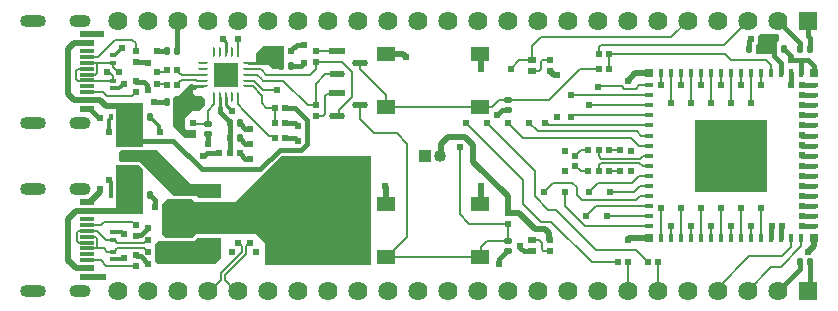
<source format=gtl>
G04*
G04 #@! TF.GenerationSoftware,Altium Limited,Altium Designer,24.1.2 (44)*
G04*
G04 Layer_Physical_Order=1*
G04 Layer_Color=255*
%FSLAX25Y25*%
%MOIN*%
G70*
G04*
G04 #@! TF.SameCoordinates,315B69A6-1E16-4325-8669-EC2AC127E6FB*
G04*
G04*
G04 #@! TF.FilePolarity,Positive*
G04*
G01*
G75*
%ADD11C,0.00600*%
%ADD16R,0.02126X0.02362*%
%ADD17R,0.02362X0.02126*%
G04:AMPARAMS|DCode=18|XSize=23.62mil|YSize=21.26mil|CornerRadius=5.63mil|HoleSize=0mil|Usage=FLASHONLY|Rotation=270.000|XOffset=0mil|YOffset=0mil|HoleType=Round|Shape=RoundedRectangle|*
%AMROUNDEDRECTD18*
21,1,0.02362,0.00999,0,0,270.0*
21,1,0.01235,0.02126,0,0,270.0*
1,1,0.01127,-0.00500,-0.00618*
1,1,0.01127,-0.00500,0.00618*
1,1,0.01127,0.00500,0.00618*
1,1,0.01127,0.00500,-0.00618*
%
%ADD18ROUNDEDRECTD18*%
%ADD19R,0.04528X0.01181*%
%ADD20R,0.04528X0.02362*%
%ADD21R,0.01378X0.02362*%
%ADD22R,0.02362X0.01378*%
G04:AMPARAMS|DCode=23|XSize=23.62mil|YSize=21.26mil|CornerRadius=5.63mil|HoleSize=0mil|Usage=FLASHONLY|Rotation=180.000|XOffset=0mil|YOffset=0mil|HoleType=Round|Shape=RoundedRectangle|*
%AMROUNDEDRECTD23*
21,1,0.02362,0.00999,0,0,180.0*
21,1,0.01235,0.02126,0,0,180.0*
1,1,0.01127,-0.00618,0.00500*
1,1,0.01127,0.00618,0.00500*
1,1,0.01127,0.00618,-0.00500*
1,1,0.01127,-0.00618,-0.00500*
%
%ADD23ROUNDEDRECTD23*%
%ADD24R,0.03150X0.03150*%
%ADD25R,0.01575X0.03150*%
%ADD26R,0.03150X0.01575*%
%ADD27R,0.04724X0.04724*%
G04:AMPARAMS|DCode=28|XSize=53.43mil|YSize=22.53mil|CornerRadius=11.26mil|HoleSize=0mil|Usage=FLASHONLY|Rotation=0.000|XOffset=0mil|YOffset=0mil|HoleType=Round|Shape=RoundedRectangle|*
%AMROUNDEDRECTD28*
21,1,0.05343,0.00000,0,0,0.0*
21,1,0.03091,0.02253,0,0,0.0*
1,1,0.02253,0.01545,0.00000*
1,1,0.02253,-0.01545,0.00000*
1,1,0.02253,-0.01545,0.00000*
1,1,0.02253,0.01545,0.00000*
%
%ADD28ROUNDEDRECTD28*%
%ADD29R,0.05343X0.02253*%
%ADD30R,0.02756X0.02362*%
G04:AMPARAMS|DCode=31|XSize=9.55mil|YSize=33.06mil|CornerRadius=4.77mil|HoleSize=0mil|Usage=FLASHONLY|Rotation=270.000|XOffset=0mil|YOffset=0mil|HoleType=Round|Shape=RoundedRectangle|*
%AMROUNDEDRECTD31*
21,1,0.00955,0.02351,0,0,270.0*
21,1,0.00000,0.03306,0,0,270.0*
1,1,0.00955,-0.01176,0.00000*
1,1,0.00955,-0.01176,0.00000*
1,1,0.00955,0.01176,0.00000*
1,1,0.00955,0.01176,0.00000*
%
%ADD31ROUNDEDRECTD31*%
G04:AMPARAMS|DCode=32|XSize=33.06mil|YSize=9.55mil|CornerRadius=4.77mil|HoleSize=0mil|Usage=FLASHONLY|Rotation=270.000|XOffset=0mil|YOffset=0mil|HoleType=Round|Shape=RoundedRectangle|*
%AMROUNDEDRECTD32*
21,1,0.03306,0.00000,0,0,270.0*
21,1,0.02351,0.00955,0,0,270.0*
1,1,0.00955,0.00000,-0.01176*
1,1,0.00955,0.00000,0.01176*
1,1,0.00955,0.00000,0.01176*
1,1,0.00955,0.00000,-0.01176*
%
%ADD32ROUNDEDRECTD32*%
%ADD33R,0.00955X0.03306*%
%ADD34R,0.06102X0.05118*%
G04:AMPARAMS|DCode=35|XSize=35.43mil|YSize=68.9mil|CornerRadius=1.95mil|HoleSize=0mil|Usage=FLASHONLY|Rotation=90.000|XOffset=0mil|YOffset=0mil|HoleType=Round|Shape=RoundedRectangle|*
%AMROUNDEDRECTD35*
21,1,0.03543,0.06500,0,0,90.0*
21,1,0.03154,0.06890,0,0,90.0*
1,1,0.00390,0.03250,0.01577*
1,1,0.00390,0.03250,-0.01577*
1,1,0.00390,-0.03250,-0.01577*
1,1,0.00390,-0.03250,0.01577*
%
%ADD35ROUNDEDRECTD35*%
G04:AMPARAMS|DCode=36|XSize=125.98mil|YSize=68.9mil|CornerRadius=2.07mil|HoleSize=0mil|Usage=FLASHONLY|Rotation=90.000|XOffset=0mil|YOffset=0mil|HoleType=Round|Shape=RoundedRectangle|*
%AMROUNDEDRECTD36*
21,1,0.12598,0.06476,0,0,90.0*
21,1,0.12185,0.06890,0,0,90.0*
1,1,0.00413,0.03238,0.06093*
1,1,0.00413,0.03238,-0.06093*
1,1,0.00413,-0.03238,-0.06093*
1,1,0.00413,-0.03238,0.06093*
%
%ADD36ROUNDEDRECTD36*%
%ADD48R,0.08071X0.08071*%
G04:AMPARAMS|DCode=53|XSize=39.37mil|YSize=70.87mil|CornerRadius=19.68mil|HoleSize=0mil|Usage=FLASHONLY|Rotation=270.000|XOffset=0mil|YOffset=0mil|HoleType=Round|Shape=RoundedRectangle|*
%AMROUNDEDRECTD53*
21,1,0.03937,0.03150,0,0,270.0*
21,1,0.00000,0.07087,0,0,270.0*
1,1,0.03937,-0.01575,0.00000*
1,1,0.03937,-0.01575,0.00000*
1,1,0.03937,0.01575,0.00000*
1,1,0.03937,0.01575,0.00000*
%
%ADD53ROUNDEDRECTD53*%
G04:AMPARAMS|DCode=54|XSize=39.37mil|YSize=86.61mil|CornerRadius=19.68mil|HoleSize=0mil|Usage=FLASHONLY|Rotation=270.000|XOffset=0mil|YOffset=0mil|HoleType=Round|Shape=RoundedRectangle|*
%AMROUNDEDRECTD54*
21,1,0.03937,0.04724,0,0,270.0*
21,1,0.00000,0.08661,0,0,270.0*
1,1,0.03937,-0.02362,0.00000*
1,1,0.03937,-0.02362,0.00000*
1,1,0.03937,0.02362,0.00000*
1,1,0.03937,0.02362,0.00000*
%
%ADD54ROUNDEDRECTD54*%
%ADD58R,0.01575X0.01575*%
%ADD59C,0.01500*%
%ADD60C,0.02000*%
%ADD61C,0.01200*%
%ADD62C,0.01001*%
%ADD63C,0.00603*%
%ADD64R,0.04000X0.04000*%
%ADD65C,0.04000*%
%ADD66R,0.06400X0.06400*%
%ADD67C,0.06400*%
%ADD68R,0.04000X0.04000*%
%ADD69C,0.02400*%
G36*
X255500Y90000D02*
Y88500D01*
X254900Y87900D01*
Y84000D01*
X247600D01*
X247600Y86600D01*
X248500Y87500D01*
Y90000D01*
X249000Y90500D01*
X255000D01*
X255500Y90000D01*
D02*
G37*
G36*
X90400Y78800D02*
X86700D01*
X85000Y80500D01*
X81000D01*
Y84000D01*
X83500Y86500D01*
X90400D01*
Y78800D01*
D02*
G37*
G36*
X60000Y71000D02*
X61000Y70000D01*
X63000D01*
X64000Y69000D01*
Y67000D01*
X62000Y65000D01*
X60000D01*
X57400Y62400D01*
Y59000D01*
X58000Y58400D01*
X61200D01*
Y56000D01*
X57500D01*
X53500Y60000D01*
X53500Y68300D01*
X53500Y69200D01*
X54200Y69900D01*
X55100D01*
X59000Y73800D01*
X60000D01*
Y71000D01*
D02*
G37*
G36*
X43400Y53020D02*
X36000D01*
X35901Y53000D01*
X34500D01*
Y67500D01*
X43400D01*
Y53020D01*
D02*
G37*
G36*
X251500Y38000D02*
X227500D01*
Y62000D01*
X251500D01*
Y38000D01*
D02*
G37*
G36*
X59500Y40500D02*
X69500D01*
Y36000D01*
X62000D01*
X61400Y36600D01*
X53900D01*
X42500Y48000D01*
X36000D01*
X35300Y48700D01*
Y51300D01*
X36000Y52000D01*
X48000D01*
X59500Y40500D01*
D02*
G37*
G36*
X119500Y13500D02*
X84000D01*
Y21000D01*
X81000Y24000D01*
X61000D01*
X59600Y22600D01*
X50900D01*
X49700Y23800D01*
Y33700D01*
X51400Y35400D01*
X59700D01*
X60600Y34500D01*
X74000Y34500D01*
X83691Y44191D01*
X83762Y44238D01*
X89523Y50000D01*
X119500D01*
Y13500D01*
D02*
G37*
G36*
X36000Y46980D02*
X42020D01*
X43400Y45600D01*
Y30400D01*
X34500D01*
Y47000D01*
X35901D01*
X36000Y46980D01*
D02*
G37*
G36*
X69500Y16000D02*
X67500Y14000D01*
X48500D01*
X47500Y15000D01*
Y20500D01*
X48400Y21400D01*
X60400D01*
X61500Y22500D01*
X69500D01*
Y16000D01*
D02*
G37*
D11*
X245500Y16500D02*
X256500D01*
X235000Y6000D02*
X245500Y16500D01*
X235000Y5000D02*
Y6000D01*
X237000Y87000D02*
X245000Y95000D01*
X196000Y87000D02*
X237000D01*
X195299Y86299D02*
X196000Y87000D01*
X176000Y28000D02*
X179500D01*
X193000Y14500D02*
X201799D01*
X179500Y28000D02*
X193000Y14500D01*
X181000Y32000D02*
X194500Y18500D01*
X207799D01*
X178500Y32000D02*
X181000D01*
X174000Y36500D02*
X178500Y32000D01*
X158000Y61000D02*
X174000Y45000D01*
Y36500D02*
Y45000D01*
X195299Y84000D02*
Y86299D01*
X177500Y61000D02*
X177825D01*
X178786Y60039D02*
X211945D01*
X177825Y61000D02*
X178786Y60039D01*
X90829Y77000D02*
X90829Y77000D01*
X84500Y77000D02*
X90829D01*
X83000Y78500D02*
X84500Y77000D01*
X99000Y77000D02*
X101000Y79000D01*
X90829Y77000D02*
X99000D01*
X176313Y18885D02*
X176899Y18299D01*
X179000D01*
X176313Y18885D02*
Y20986D01*
X173000Y21870D02*
X175429D01*
X176313Y20986D01*
X170000Y34000D02*
X176000Y28000D01*
X170000Y34000D02*
Y42000D01*
X78541Y75032D02*
X80468D01*
X83500Y72000D01*
X88000D01*
X83000Y75500D02*
X83500Y75000D01*
X90000D01*
X81523Y76977D02*
X83000Y75500D01*
X78565Y76977D02*
X81523D01*
X82531Y78969D02*
X83000Y78500D01*
X78541Y78969D02*
X82531D01*
X74937Y84541D02*
X74960Y84564D01*
Y88960D02*
X75000Y89000D01*
X74960Y84564D02*
Y88960D01*
X84000Y84000D02*
X84379D01*
X85379Y85000D02*
X89299D01*
X84379Y84000D02*
X85379Y85000D01*
X30213Y71102D02*
X31315Y70000D01*
X39701D02*
X40319Y70618D01*
X31315Y70000D02*
X39701D01*
X40319Y70736D02*
X40882Y71299D01*
X40319Y70618D02*
Y70736D01*
X40882Y71299D02*
X41000D01*
X24764Y71102D02*
X30213D01*
X39714Y88700D02*
X41000Y87414D01*
Y84701D02*
Y87414D01*
X28413Y82913D02*
X31000Y85500D01*
X34200Y88700D01*
X24764Y82913D02*
X28413D01*
X34200Y88700D02*
X39714D01*
X170000Y56000D02*
X206000D01*
X208653Y53347D02*
X211945D01*
X206000Y56000D02*
X208653Y53347D01*
X209307Y56693D02*
X211945D01*
X207961Y58039D02*
X209307Y56693D01*
X174961Y58039D02*
X207961D01*
X29382Y15118D02*
X31248Y13252D01*
X40953D01*
X24764Y15118D02*
X29382D01*
X31000Y28000D02*
X39701D01*
X29429Y26929D02*
X30500Y28000D01*
X31000D01*
X39701D02*
X40319Y27382D01*
X40882Y26701D02*
X41000D01*
X40319Y27264D02*
Y27382D01*
Y27264D02*
X40882Y26701D01*
X24764Y26929D02*
X29429D01*
X149000Y30500D02*
Y53000D01*
X152201Y27299D02*
X165000D01*
X149000Y30500D02*
X152201Y27299D01*
X165000Y21693D02*
Y27299D01*
X158193Y21693D02*
X165000D01*
X156000Y19500D02*
X158193Y21693D01*
X155650Y16142D02*
X156000Y16492D01*
Y19500D01*
X124843Y16142D02*
X155650D01*
X124350D02*
X124843D01*
X131500Y22799D02*
Y54000D01*
X124843Y16142D02*
X131500Y22799D01*
X128000Y57500D02*
X131500Y54000D01*
X120500Y57500D02*
X128000D01*
X115742Y62258D02*
X120500Y57500D01*
X115742Y62258D02*
Y67000D01*
X178693Y68693D02*
X189000Y79000D01*
X195299D01*
X165000Y68693D02*
X178693D01*
X155650Y66142D02*
X159642D01*
X162193Y68693D01*
X165000D01*
X124350Y66142D02*
X155650D01*
X124350D02*
Y70150D01*
X115742Y78758D02*
Y81000D01*
Y78758D02*
X124350Y70150D01*
X104671Y70671D02*
X108189D01*
X104000Y64000D02*
Y70000D01*
X108189Y70671D02*
X108258Y70740D01*
X104000Y70000D02*
X104671Y70671D01*
X103299Y63299D02*
X104000Y64000D01*
X101000Y63299D02*
X103299D01*
X101000Y74000D02*
X104260Y77260D01*
X108258D01*
X101000Y66701D02*
Y74000D01*
X98299Y66701D02*
X101000D01*
X90000Y75000D02*
X98299Y66701D01*
X78541Y77000D02*
X78565Y76977D01*
X83000Y67500D02*
Y70000D01*
X79937Y73063D02*
X83000Y70000D01*
X78541Y73063D02*
X79937D01*
X108258Y63260D02*
X108737Y63739D01*
Y65300D01*
X113000Y69563D01*
X109701Y81299D02*
X113000Y78000D01*
Y69563D02*
Y78000D01*
X101000Y81299D02*
X109701D01*
X101000Y79000D02*
Y81299D01*
Y84701D02*
X101020Y84720D01*
X108238D01*
X108258Y84740D01*
X252890Y77559D02*
Y80110D01*
X239500Y82000D02*
X251000D01*
X252890Y80110D01*
X198701Y84000D02*
X237500D01*
X239500Y82000D01*
X198701Y79000D02*
Y84000D01*
X176000Y89500D02*
X219500D01*
X173000Y86500D02*
X176000Y89500D01*
X219500D02*
X225000Y95000D01*
X165000Y61000D02*
X170000Y56000D01*
X60004Y60697D02*
X64996D01*
X60000Y60701D02*
X60004Y60697D01*
X64996D02*
X65000Y60693D01*
Y65000D01*
X67040Y67040D01*
Y69436D01*
X67063Y69459D01*
X85467Y56533D02*
X86766D01*
X74960Y67040D02*
X77000Y65000D01*
X85467Y56533D01*
X74960Y67040D02*
Y69436D01*
X86766Y56533D02*
X87299Y56000D01*
X74937Y69459D02*
X74960Y69436D01*
X83000Y67500D02*
X84500Y66000D01*
X87299D01*
Y61000D02*
Y66000D01*
X215100Y14400D02*
X215201Y14500D01*
X215100Y5100D02*
Y14400D01*
X215000Y5000D02*
X215100Y5100D01*
X205000Y5000D02*
X205100Y5100D01*
Y14400D02*
X205201Y14500D01*
X205100Y5100D02*
Y14400D01*
X151000Y61000D02*
X170000Y42000D01*
X211236Y15181D02*
X211799Y14618D01*
X211118Y15181D02*
X211236D01*
X207799Y18500D02*
X211118Y15181D01*
X211799Y14500D02*
Y14618D01*
X172000Y61000D02*
X174961Y58039D01*
X186000Y63000D02*
X186386Y63386D01*
X211945D01*
X192000Y67000D02*
X192268Y66732D01*
X211945D01*
X186079Y70079D02*
X211945D01*
X186000Y70000D02*
X186079Y70079D01*
X195091Y73091D02*
X203091D01*
X195000Y73000D02*
X195091Y73091D01*
X203091D02*
X203882Y72300D01*
X207622D01*
X208748Y73425D02*
X211945D01*
X207622Y72300D02*
X208748Y73425D01*
X173000Y81870D02*
Y86500D01*
X176000Y78716D02*
Y81115D01*
X176586Y81701D02*
X179000D01*
X173000Y78130D02*
X175414D01*
X176000Y78716D01*
Y81115D02*
X176586Y81701D01*
X168870Y81870D02*
X173000D01*
X166000Y79000D02*
X168870Y81870D01*
X206500Y41000D02*
X208807Y43307D01*
X195000Y41000D02*
X206500D01*
X192000Y38000D02*
X195000Y41000D01*
X208807Y43307D02*
X211945D01*
X208961Y39961D02*
X211945D01*
X199000Y38000D02*
X207000D01*
X208961Y39961D01*
X177000Y38000D02*
X180000Y41000D01*
X186500D01*
X188000Y39500D01*
Y37000D02*
Y39500D01*
X189732Y35268D02*
X207768D01*
X188000Y37000D02*
X189732Y35268D01*
X209114Y36614D02*
X211945D01*
X207768Y35268D02*
X209114Y36614D01*
X184000Y33182D02*
Y38000D01*
Y33182D02*
X190607Y26575D01*
X211945D01*
X194268Y33268D02*
X211945D01*
X191000Y30000D02*
X194268Y33268D01*
X198000Y30000D02*
X198079Y29921D01*
X211945D01*
X259583Y19583D02*
Y22441D01*
X256500Y16500D02*
X259583Y19583D01*
X245000Y5000D02*
X252846Y12846D01*
X256028D01*
X262929Y19748D01*
Y22441D01*
X246197Y67504D02*
Y77559D01*
X216079Y73543D02*
Y77559D01*
Y22441D02*
Y32496D01*
X246197Y22441D02*
Y26457D01*
X249543Y22441D02*
Y32496D01*
X239504Y22441D02*
Y26457D01*
X242850Y22441D02*
Y32496D01*
X232811Y22441D02*
Y26457D01*
X236157Y22441D02*
Y32496D01*
X226118Y22441D02*
Y26457D01*
X229465Y22441D02*
Y32496D01*
X219425Y22441D02*
Y26457D01*
X222772Y22441D02*
Y32496D01*
Y73543D02*
Y77559D01*
X219425Y67504D02*
Y77559D01*
X229465Y73543D02*
Y77559D01*
X226118Y67504D02*
Y77559D01*
X236157Y73543D02*
Y77559D01*
X232811Y67504D02*
Y77559D01*
X239500Y67500D02*
X239504Y67504D01*
Y77559D01*
X242850Y73543D02*
Y77559D01*
X249543Y73543D02*
Y77559D01*
X249500Y73500D02*
X249543Y73543D01*
D16*
X191898Y51800D02*
D03*
X195299D02*
D03*
X198701D02*
D03*
X195299D02*
D03*
Y44800D02*
D03*
X191898D02*
D03*
X198701D02*
D03*
X195299D02*
D03*
X72299Y51000D02*
D03*
X68898D02*
D03*
X72299D02*
D03*
X75701D02*
D03*
X51299Y78500D02*
D03*
X54701D02*
D03*
X51299Y73500D02*
D03*
X54701D02*
D03*
X198701Y84000D02*
D03*
X195299D02*
D03*
X211799Y14500D02*
D03*
X215201D02*
D03*
X201799D02*
D03*
X205201D02*
D03*
X90701Y66000D02*
D03*
X87299D02*
D03*
X90701Y56000D02*
D03*
X87299D02*
D03*
X89299Y85000D02*
D03*
X92701D02*
D03*
X90701Y61000D02*
D03*
X87299D02*
D03*
X198701Y79000D02*
D03*
X195299D02*
D03*
D17*
X179000Y18299D02*
D03*
Y21701D02*
D03*
X101000Y84701D02*
D03*
Y81299D02*
D03*
X165000Y30701D02*
D03*
Y27299D02*
D03*
X101000Y63299D02*
D03*
Y66701D02*
D03*
X41000Y13299D02*
D03*
Y16701D02*
D03*
Y26701D02*
D03*
Y23299D02*
D03*
Y84701D02*
D03*
Y81299D02*
D03*
Y71299D02*
D03*
Y74701D02*
D03*
X60000Y60701D02*
D03*
Y57299D02*
D03*
X179000Y78299D02*
D03*
Y81701D02*
D03*
D18*
X75693Y61000D02*
D03*
X72307D02*
D03*
Y56000D02*
D03*
X75693D02*
D03*
X51307Y85000D02*
D03*
X54693D02*
D03*
X42307Y63000D02*
D03*
X45693D02*
D03*
X262307Y14500D02*
D03*
X265693D02*
D03*
X262307Y85500D02*
D03*
X265693D02*
D03*
X92693Y80000D02*
D03*
X89307D02*
D03*
X51307Y68000D02*
D03*
X54693D02*
D03*
X45693Y37000D02*
D03*
X42307D02*
D03*
X245307Y85500D02*
D03*
X248693D02*
D03*
X253807D02*
D03*
X257193D02*
D03*
D19*
X24764Y84882D02*
D03*
Y82913D02*
D03*
Y80945D02*
D03*
Y78976D02*
D03*
Y77008D02*
D03*
Y75039D02*
D03*
Y73071D02*
D03*
Y71102D02*
D03*
Y15118D02*
D03*
Y17087D02*
D03*
Y19055D02*
D03*
Y21024D02*
D03*
Y22992D02*
D03*
Y24961D02*
D03*
Y26929D02*
D03*
Y28898D02*
D03*
D20*
Y68543D02*
D03*
Y87441D02*
D03*
Y90591D02*
D03*
Y65394D02*
D03*
Y9409D02*
D03*
Y34606D02*
D03*
Y31457D02*
D03*
Y12559D02*
D03*
D21*
X35280Y63000D02*
D03*
X32721D02*
D03*
Y37000D02*
D03*
X35280D02*
D03*
D22*
X33500Y81000D02*
D03*
Y83559D02*
D03*
Y75000D02*
D03*
Y72441D02*
D03*
Y24559D02*
D03*
Y22000D02*
D03*
Y15441D02*
D03*
Y18000D02*
D03*
D23*
X65000Y60693D02*
D03*
Y57307D02*
D03*
X58000Y37693D02*
D03*
Y34307D02*
D03*
Y23693D02*
D03*
Y20307D02*
D03*
X53000D02*
D03*
Y23693D02*
D03*
X165000Y18307D02*
D03*
Y21693D02*
D03*
Y68693D02*
D03*
Y65307D02*
D03*
D24*
X267063Y77559D02*
D03*
X211945D02*
D03*
X267063Y22441D02*
D03*
X211945D02*
D03*
D25*
X262929Y77559D02*
D03*
X259583D02*
D03*
X256236D02*
D03*
X252890D02*
D03*
X249543D02*
D03*
X246197D02*
D03*
X242850D02*
D03*
X239504D02*
D03*
X236157D02*
D03*
X232811D02*
D03*
X229465D02*
D03*
X226118D02*
D03*
X222772D02*
D03*
X219425D02*
D03*
X216079D02*
D03*
Y22441D02*
D03*
X219425D02*
D03*
X222772D02*
D03*
X226118D02*
D03*
X229465D02*
D03*
X232811D02*
D03*
X236157D02*
D03*
X239504D02*
D03*
X242850D02*
D03*
X246197D02*
D03*
X249543D02*
D03*
X252890D02*
D03*
X256236D02*
D03*
X259583D02*
D03*
X262929D02*
D03*
D26*
X211945Y73425D02*
D03*
Y70079D02*
D03*
Y66732D02*
D03*
Y63386D02*
D03*
Y60039D02*
D03*
Y56693D02*
D03*
Y53347D02*
D03*
Y50000D02*
D03*
Y46654D02*
D03*
Y43307D02*
D03*
Y39961D02*
D03*
Y36614D02*
D03*
Y33268D02*
D03*
Y29921D02*
D03*
Y26575D02*
D03*
X267063D02*
D03*
Y29921D02*
D03*
Y33268D02*
D03*
Y36614D02*
D03*
Y39961D02*
D03*
Y43307D02*
D03*
Y46654D02*
D03*
Y50000D02*
D03*
Y53347D02*
D03*
Y56693D02*
D03*
Y60039D02*
D03*
Y63386D02*
D03*
Y66732D02*
D03*
Y70079D02*
D03*
Y73425D02*
D03*
D27*
X239504Y50000D02*
D03*
X246000D02*
D03*
Y43504D02*
D03*
X239504D02*
D03*
X233008D02*
D03*
Y50000D02*
D03*
Y56496D02*
D03*
X239504D02*
D03*
D28*
X115742Y67000D02*
D03*
X108258Y63260D02*
D03*
X115742Y81000D02*
D03*
X108258Y77260D02*
D03*
D29*
Y70740D02*
D03*
Y84740D02*
D03*
D30*
X173000Y78130D02*
D03*
Y81870D02*
D03*
Y18130D02*
D03*
Y21870D02*
D03*
D31*
X78541Y80937D02*
D03*
Y78969D02*
D03*
Y77000D02*
D03*
Y75032D02*
D03*
Y73063D02*
D03*
X63459D02*
D03*
Y75032D02*
D03*
Y77000D02*
D03*
Y78969D02*
D03*
Y80937D02*
D03*
D32*
X74937Y69459D02*
D03*
X72969D02*
D03*
X71000D02*
D03*
X69032D02*
D03*
X67063D02*
D03*
Y84541D02*
D03*
X69032D02*
D03*
X71000D02*
D03*
X72969D02*
D03*
D33*
X74937D02*
D03*
D34*
X124350Y83858D02*
D03*
X155650D02*
D03*
X124350Y66142D02*
D03*
X155650D02*
D03*
X124350Y33858D02*
D03*
X155650D02*
D03*
X124350Y16142D02*
D03*
X155650D02*
D03*
D35*
X65697Y38055D02*
D03*
Y29000D02*
D03*
Y19945D02*
D03*
D36*
X90303Y29000D02*
D03*
D48*
X71000Y77000D02*
D03*
D53*
X22500Y60984D02*
D03*
Y95000D02*
D03*
Y39016D02*
D03*
Y5000D02*
D03*
D54*
X6752Y60984D02*
D03*
Y95000D02*
D03*
Y39016D02*
D03*
Y5000D02*
D03*
D58*
X246000Y56496D02*
D03*
D59*
X82500Y45500D02*
X89000Y52000D01*
X96172D01*
X63000Y45500D02*
X82500D01*
X96172Y52000D02*
X98000Y53828D01*
Y62000D01*
X53500Y55000D02*
X63000Y45500D01*
X37500Y55000D02*
X53500D01*
X56000Y64000D02*
X59000Y67000D01*
X60000Y68000D01*
X62500D01*
X54693Y68118D02*
X59575Y73000D01*
X60500D01*
X248693Y85500D02*
Y85618D01*
X249006Y85931D01*
X249121D01*
X250000Y86810D02*
Y89000D01*
X249121Y85931D02*
X250000Y86810D01*
X253807Y83193D02*
X256236Y80764D01*
X253807Y83193D02*
Y88807D01*
X256236Y77559D02*
Y80764D01*
X54693Y65307D02*
X56000Y64000D01*
X54693Y65307D02*
Y68000D01*
X56000Y59000D02*
Y64000D01*
X63500Y50000D02*
X63744D01*
X64744Y51000D02*
X68898D01*
X63744Y50000D02*
X64744Y51000D01*
X94000Y66000D02*
X98000Y62000D01*
X90701Y66000D02*
X94000D01*
X25846Y65394D02*
X28740Y62500D01*
X29000D01*
X24764Y65394D02*
X25846D01*
X41063Y74637D02*
X43863D01*
X44828Y72190D02*
Y73672D01*
X43863Y74637D02*
X44828Y73672D01*
X41000Y74701D02*
X41063Y74637D01*
X44828Y72190D02*
X45000Y72018D01*
X41000Y81299D02*
X44701D01*
X45000Y81000D01*
X42630Y16388D02*
X45000Y14018D01*
X41118Y16701D02*
X41431Y16388D01*
X41000Y16701D02*
X41118D01*
X41431Y16388D02*
X42630D01*
X41000Y23299D02*
X41313Y23612D01*
X42630D02*
X45000Y25982D01*
X41313Y23612D02*
X42630D01*
X45000Y25982D02*
Y26000D01*
X45693Y36882D02*
X47500Y35075D01*
X45693Y36882D02*
Y37000D01*
X47500Y33000D02*
Y35075D01*
X53000Y16000D02*
Y20307D01*
X58000D01*
X58307Y20000D02*
X65642D01*
X58000Y20307D02*
X58307Y20000D01*
X65642D02*
X65697Y19945D01*
X86647Y80000D02*
X89307D01*
X85710Y80937D02*
X86647Y80000D01*
X89303Y80122D02*
Y84996D01*
X89299Y85000D02*
X89303Y84996D01*
X57637Y57363D02*
X59937D01*
X60000Y57299D01*
X56000Y59000D02*
X57637Y57363D01*
X54693Y94693D02*
X55000Y95000D01*
X54693Y85000D02*
Y94693D01*
X48000Y85000D02*
X51307D01*
X47000Y68000D02*
X51307D01*
X72303Y55996D02*
X72307Y56000D01*
X72303Y51004D02*
Y55996D01*
X72299Y51000D02*
X72303Y51004D01*
X72307Y56000D02*
Y61000D01*
X69000Y64425D02*
Y66000D01*
X72307Y61000D02*
Y61118D01*
X69000Y64425D02*
X72307Y61118D01*
X65000Y54000D02*
Y57307D01*
X75701Y50882D02*
X77583Y49000D01*
X79000D01*
X75701Y50882D02*
Y51000D01*
X75693Y55882D02*
Y56000D01*
Y55882D02*
X77575Y54000D01*
X79000D01*
X75693Y60882D02*
X77575Y59000D01*
X79000D01*
X75693Y60882D02*
Y61000D01*
X90701Y56000D02*
X94000D01*
X95000Y55000D01*
X90701Y61000D02*
X94000D01*
X95000Y60000D01*
X93014Y85431D02*
X93132D01*
X94701Y87000D01*
X92701Y85000D02*
Y85118D01*
X93014Y85431D01*
X94701Y87000D02*
X97000D01*
X96000Y80000D02*
X97000Y81000D01*
X92693Y80000D02*
X96000D01*
X161500Y63500D02*
X163105Y65105D01*
X164798D01*
X165000Y65307D01*
X162000Y15425D02*
X164882Y18307D01*
X162000Y14000D02*
Y15425D01*
X164882Y18307D02*
X165000D01*
X172930Y18200D02*
X173000Y18130D01*
X169172Y19356D02*
X170329Y18200D01*
X169000Y20000D02*
X169172Y19828D01*
X170329Y18200D02*
X172930D01*
X169172Y19356D02*
Y19828D01*
X255000Y5000D02*
X262307Y12307D01*
Y14500D01*
X265693Y5693D02*
Y14500D01*
X265000Y5000D02*
X265693Y5693D01*
X253807Y88807D02*
X254000Y89000D01*
X245307Y85500D02*
Y88307D01*
X246000Y89000D01*
X262307Y85500D02*
Y87693D01*
X255000Y95000D02*
X262307Y87693D01*
X265000Y90000D02*
X265693Y89307D01*
Y85500D02*
Y89307D01*
X265000Y90000D02*
Y95000D01*
X263000Y82000D02*
X265000D01*
X259500D02*
X263000D01*
X262929Y81929D02*
X263000Y82000D01*
X262929Y77559D02*
Y81929D01*
X265000Y82000D02*
X267000Y80000D01*
Y77622D02*
X267063Y77559D01*
X267000Y77622D02*
Y80000D01*
X257193Y85382D02*
Y85500D01*
Y85382D02*
X259500Y83075D01*
Y82000D02*
Y83075D01*
X263047Y43307D02*
X267063D01*
X263047Y46654D02*
X267063D01*
X263047Y50000D02*
X267063D01*
X263047Y53347D02*
X267063D01*
X263047Y56693D02*
X267063D01*
X263047Y60039D02*
X267063D01*
X263047Y63386D02*
X267063D01*
X263047Y66732D02*
X267063D01*
X263047Y70079D02*
X267063D01*
X263047Y73425D02*
X267063D01*
X259583Y73543D02*
Y77559D01*
X256236Y22441D02*
Y26457D01*
X252890Y22441D02*
Y26457D01*
X263047Y26575D02*
X267063D01*
X263047Y29921D02*
X267063D01*
X263047Y33268D02*
X267063D01*
X263047Y36614D02*
X267063D01*
X263047Y39961D02*
X267063D01*
D60*
X53000Y16000D02*
X57000D01*
X49000D02*
X53000D01*
X236200Y46800D02*
X236304D01*
X239504Y50000D01*
X153500Y48000D02*
Y53500D01*
X150800Y56200D02*
X153500Y53500D01*
X145200Y56200D02*
X150800D01*
X165000Y30701D02*
Y36500D01*
X153500Y48000D02*
X165000Y36500D01*
X142883Y53883D02*
X145200Y56200D01*
X142883Y50383D02*
Y53883D01*
X174000Y25500D02*
X177500D01*
X178906Y21764D02*
X178969Y21701D01*
X177500Y25500D02*
X178906Y24094D01*
X178969Y21701D02*
X179000D01*
X178906Y21764D02*
Y24094D01*
X165000Y30701D02*
X168799D01*
X174000Y25500D01*
X142500Y50000D02*
X142883Y50383D01*
X38793Y63000D02*
Y64707D01*
X31000Y66500D02*
X37000D01*
X38793Y64707D01*
X28957Y68543D02*
X31000Y66500D01*
X24764Y68543D02*
X28957D01*
X38793Y59793D02*
Y63000D01*
X37500Y58500D02*
X38793Y59793D01*
X37500Y55000D02*
Y58500D01*
X18500Y70500D02*
X20457Y68543D01*
X24764D01*
X18500Y70500D02*
Y85382D01*
X20559Y87441D01*
X24764D01*
Y90591D02*
X29409D01*
X29500Y90500D01*
X19000Y14500D02*
X20941Y12559D01*
X24764D01*
X18500Y15000D02*
Y29000D01*
X24764Y31457D02*
X36457D01*
X18500Y29000D02*
X20957Y31457D01*
X24764D01*
X18500Y15000D02*
X19000Y14500D01*
X38500Y33500D02*
Y36707D01*
X38793Y37000D01*
X36457Y31457D02*
X38500Y33500D01*
X29000Y37760D02*
Y39000D01*
X24764Y34606D02*
X25846D01*
X29000Y37760D01*
X29909Y9409D02*
X30000Y9500D01*
X24764Y9409D02*
X29909D01*
X53000Y23693D02*
Y27000D01*
X55000Y29000D01*
X51000D02*
X55000D01*
X59000D01*
X58000Y23693D02*
Y27892D01*
Y30108D02*
Y34307D01*
X59000Y29000D02*
X65697D01*
X90303D02*
Y30055D01*
X92748Y32500D01*
X97500D01*
X124000Y40000D02*
X124350Y39650D01*
Y33858D02*
Y39650D01*
Y83858D02*
X130142D01*
X131000Y83000D01*
X156000Y79000D02*
Y83508D01*
X155650Y83858D02*
X156000Y83508D01*
X155650Y33858D02*
X156000Y34209D01*
Y40000D01*
X205000Y22000D02*
X205441Y22441D01*
X211945D01*
X267000Y20000D02*
Y22378D01*
X265000Y18000D02*
X267000Y20000D01*
Y22378D02*
X267063Y22441D01*
X246004Y56492D02*
X250008D01*
X246004Y49996D02*
X250008D01*
X246004Y43500D02*
X250008D01*
X239508Y56500D02*
Y60504D01*
X239500Y39496D02*
Y43500D01*
X229000Y43508D02*
X233004D01*
X229000Y50004D02*
X233004D01*
Y56500D02*
X233008Y56496D01*
X229000Y56500D02*
X233004D01*
X180417Y77000D02*
X181500D01*
X179000Y78299D02*
X179118D01*
X180417Y77000D01*
X207559Y77559D02*
X211945D01*
X205000Y75000D02*
X207559Y77559D01*
D61*
X48770Y58230D02*
X49000Y58000D01*
X45693Y62882D02*
X48770Y59804D01*
Y58230D02*
Y59804D01*
X45693Y62882D02*
Y63000D01*
X58000Y37693D02*
X58181Y37874D01*
X65516D01*
X65697Y38055D01*
X57882Y37693D02*
X58000D01*
X37500Y50000D02*
X45575D01*
X57882Y37693D01*
X38793Y63000D02*
X42307D01*
X35280D02*
X38793D01*
X32000Y61787D02*
X32721Y62508D01*
Y63000D01*
X32000Y58000D02*
Y61787D01*
X36433Y86000D02*
X36500D01*
X33500Y83559D02*
X33992D01*
X36433Y86000D01*
X33537Y72478D02*
X35478D01*
X33500Y72441D02*
X33537Y72478D01*
X35478D02*
X37000Y74000D01*
X38793Y37000D02*
X42307D01*
X35280D02*
X38793D01*
X42307D02*
Y40193D01*
X37500Y45000D02*
X42307Y40193D01*
X32000Y42000D02*
X32721Y41280D01*
Y37000D02*
Y41280D01*
X33500Y24559D02*
X36441D01*
X37000Y24000D01*
X33500Y15441D02*
X36441D01*
X37000Y16000D01*
D62*
X78541Y80937D02*
X85710D01*
X71000Y84541D02*
Y88000D01*
X70000Y89000D02*
X71000Y88000D01*
X60500Y73000D02*
X60563Y73063D01*
X63459D01*
X69000Y66000D02*
X69032Y66031D01*
Y69459D01*
X71023Y66977D02*
Y69436D01*
X71000Y69459D02*
X71023Y69436D01*
Y66977D02*
X73000Y65000D01*
D63*
X24764Y19055D02*
X30445D01*
X27982Y19091D02*
X28000Y19109D01*
Y22500D01*
X27500Y23000D02*
X28000Y22500D01*
X24772Y23000D02*
X27500D01*
X24764Y22992D02*
X24772Y23000D01*
X24783Y75020D02*
X33480D01*
X24764Y75039D02*
X24783Y75020D01*
X33480D02*
X33500Y75000D01*
X28000Y80972D02*
X33472D01*
X24791D02*
X28000D01*
Y77500D02*
Y80972D01*
X27500Y77000D02*
X28000Y77500D01*
X24764Y77008D02*
X24772Y77000D01*
X27500D01*
X24764Y80945D02*
X24791Y80972D01*
X33472D02*
X33500Y81000D01*
X21200Y75700D02*
X21900Y75000D01*
X21200Y78300D02*
X21876Y78976D01*
X21200Y75700D02*
Y78300D01*
X21876Y78976D02*
X24764D01*
X24724Y75000D02*
X24764Y75039D01*
X21900Y75000D02*
X24724D01*
X33500D02*
Y76447D01*
X31947Y78000D02*
X33500Y76447D01*
X31500Y78000D02*
X31947D01*
X35053D02*
X35500D01*
X33500Y79553D02*
X35053Y78000D01*
X33500Y79553D02*
Y81000D01*
X48000Y74000D02*
X50799D01*
X51299Y73500D01*
X50799Y78000D02*
X51299Y78500D01*
X48000Y78000D02*
X50799D01*
X56515Y75314D02*
X60986D01*
X61300Y75000D02*
X63427D01*
X60986Y75314D02*
X61300Y75000D01*
X56484Y76717D02*
X61017D01*
X61300Y77000D01*
X63459D01*
X54701Y73618D02*
X55462Y74380D01*
X63427Y75000D02*
X63459Y75032D01*
X55580Y74380D02*
X56515Y75314D01*
X55462Y77620D02*
X55580D01*
X56484Y76717D01*
X55462Y74380D02*
X55580D01*
X54701Y78382D02*
X55462Y77620D01*
X54701Y78382D02*
Y78500D01*
Y73500D02*
Y73618D01*
X31000Y22000D02*
X33500D01*
X28039Y24961D02*
X31000Y22000D01*
X24764Y24961D02*
X28039D01*
X31500Y18000D02*
X33500D01*
X30445Y19055D02*
X31500Y18000D01*
X21500Y21500D02*
X21976Y21024D01*
X24764D01*
X21500Y21500D02*
Y24500D01*
X22000Y25000D01*
X24724D01*
X24764Y24961D01*
X34733Y20701D02*
X43701D01*
Y19298D02*
X45000Y18000D01*
X34733Y19298D02*
X43701D01*
Y20701D02*
X45000Y22000D01*
X34380Y18387D02*
Y18945D01*
X33500Y18000D02*
X33992D01*
X34380Y18387D01*
Y18945D02*
X34733Y19298D01*
X34380Y21055D02*
Y21612D01*
Y21055D02*
X34733Y20701D01*
X33992Y22000D02*
X34380Y21612D01*
X33500Y22000D02*
X33992D01*
X187500Y46600D02*
X189300Y44800D01*
X191898D01*
X189300Y51800D02*
X191898D01*
X187500Y50000D02*
X189300Y51800D01*
X76298Y17783D02*
Y19702D01*
X70701Y8500D02*
Y10202D01*
X69298Y8500D02*
Y10783D01*
X76298Y17783D01*
X70701Y10202D02*
X77701Y17201D01*
Y19702D01*
X79000Y21000D01*
X75000D02*
X76298Y19702D01*
X70701Y8500D02*
X74202Y5000D01*
X65000D02*
X65798D01*
X74202D02*
X75000D01*
X65798D02*
X69298Y8500D01*
X198701Y44800D02*
X202500D01*
X198701Y51800D02*
X202500D01*
X210000Y46500D02*
X211791D01*
X208875Y47625D02*
X210000Y46500D01*
X196125Y47625D02*
X208875D01*
X209028Y49028D02*
X210000Y50000D01*
X211945D01*
X195972Y49028D02*
X209028D01*
X195299Y49701D02*
Y51800D01*
Y49701D02*
X195972Y49028D01*
X195299Y46799D02*
X196125Y47625D01*
X195299Y44800D02*
Y46799D01*
D64*
X137500Y50000D02*
D03*
D65*
X142500D02*
D03*
X37500Y45000D02*
D03*
Y50000D02*
D03*
D66*
X265000Y5000D02*
D03*
Y95000D02*
D03*
D67*
X255000Y5000D02*
D03*
X245000D02*
D03*
X235000D02*
D03*
X225000D02*
D03*
X215000D02*
D03*
X205000D02*
D03*
X195000D02*
D03*
X185000D02*
D03*
X175000D02*
D03*
X165000D02*
D03*
X155000D02*
D03*
X145000D02*
D03*
X135000D02*
D03*
X125000D02*
D03*
X115000D02*
D03*
X105000D02*
D03*
X95000D02*
D03*
X85000D02*
D03*
X75000D02*
D03*
X65000D02*
D03*
X55000D02*
D03*
X45000D02*
D03*
X35000D02*
D03*
X255000Y95000D02*
D03*
X245000D02*
D03*
X235000D02*
D03*
X225000D02*
D03*
X215000D02*
D03*
X205000D02*
D03*
X195000D02*
D03*
X185000D02*
D03*
X175000D02*
D03*
X165000D02*
D03*
X155000D02*
D03*
X145000D02*
D03*
X135000D02*
D03*
X125000D02*
D03*
X115000D02*
D03*
X105000D02*
D03*
X95000D02*
D03*
X85000D02*
D03*
X75000D02*
D03*
X65000D02*
D03*
X55000D02*
D03*
X45000D02*
D03*
X35000D02*
D03*
D68*
X37500Y55000D02*
D03*
D69*
X177500Y61000D02*
D03*
X181500Y63000D02*
D03*
X75000Y89000D02*
D03*
X84000Y84000D02*
D03*
X62500Y68000D02*
D03*
X49000Y58000D02*
D03*
X63500Y50000D02*
D03*
X29500Y90500D02*
D03*
X32000Y58000D02*
D03*
X29000Y62500D02*
D03*
X45000Y72018D02*
D03*
Y81000D02*
D03*
X36500Y86000D02*
D03*
X37000Y74000D02*
D03*
X31500Y78000D02*
D03*
X35500D02*
D03*
X48000Y74000D02*
D03*
Y78000D02*
D03*
X184000Y51500D02*
D03*
Y45000D02*
D03*
X45000Y22000D02*
D03*
Y18000D02*
D03*
X187500Y46600D02*
D03*
Y50000D02*
D03*
X206000Y45000D02*
D03*
Y51500D02*
D03*
X81000Y18000D02*
D03*
X73000D02*
D03*
X79000Y21000D02*
D03*
X75000D02*
D03*
X202500Y44800D02*
D03*
Y51800D02*
D03*
X32000Y42000D02*
D03*
X29000Y39000D02*
D03*
X47500Y33000D02*
D03*
X45000Y26000D02*
D03*
Y14018D02*
D03*
X37000Y24000D02*
D03*
Y16000D02*
D03*
X30000Y9500D02*
D03*
X49000Y16000D02*
D03*
X53000D02*
D03*
X57000D02*
D03*
X51000Y29000D02*
D03*
X55000D02*
D03*
X59000D02*
D03*
X97500Y47500D02*
D03*
X102500D02*
D03*
X107500D02*
D03*
X112500D02*
D03*
X117500D02*
D03*
X97500Y40000D02*
D03*
X102500D02*
D03*
X107500D02*
D03*
X112500D02*
D03*
X117500D02*
D03*
Y32500D02*
D03*
X112500D02*
D03*
X107500D02*
D03*
X102500D02*
D03*
X97500D02*
D03*
X124000Y40000D02*
D03*
X149000Y53000D02*
D03*
X165000Y61000D02*
D03*
X69000Y75000D02*
D03*
X73000D02*
D03*
Y79000D02*
D03*
X69000D02*
D03*
X70000Y89000D02*
D03*
X48000Y85000D02*
D03*
X47000Y68000D02*
D03*
X65000Y54000D02*
D03*
X79000Y49000D02*
D03*
Y54000D02*
D03*
Y59000D02*
D03*
X73000Y65000D02*
D03*
X95000Y55000D02*
D03*
Y60000D02*
D03*
X158000Y61000D02*
D03*
X151000D02*
D03*
X88000Y72000D02*
D03*
X97000Y87000D02*
D03*
Y81000D02*
D03*
X131000Y83000D02*
D03*
X156000Y79000D02*
D03*
X161500Y63500D02*
D03*
X172000Y61000D02*
D03*
X186000Y63000D02*
D03*
X192000Y67000D02*
D03*
X186079Y70079D02*
D03*
X195000Y73000D02*
D03*
X166000Y79000D02*
D03*
X177000Y38000D02*
D03*
X184000D02*
D03*
X192000D02*
D03*
X199000D02*
D03*
X191000Y30000D02*
D03*
X198000D02*
D03*
X156000Y40000D02*
D03*
X162000Y14000D02*
D03*
X169000Y20000D02*
D03*
X205000Y22000D02*
D03*
X265000Y18000D02*
D03*
X254000Y89000D02*
D03*
X250000D02*
D03*
X246000D02*
D03*
X259500Y82000D02*
D03*
X242800Y46800D02*
D03*
X236200D02*
D03*
X242800Y53200D02*
D03*
X236200D02*
D03*
X250008Y56492D02*
D03*
Y49996D02*
D03*
Y43500D02*
D03*
X239508Y60504D02*
D03*
X239500Y39496D02*
D03*
X229000Y43508D02*
D03*
Y50004D02*
D03*
Y56500D02*
D03*
X259539Y73500D02*
D03*
X263004Y73469D02*
D03*
Y70122D02*
D03*
Y66776D02*
D03*
Y63429D02*
D03*
Y60083D02*
D03*
Y56736D02*
D03*
Y53390D02*
D03*
Y50043D02*
D03*
Y46697D02*
D03*
Y43350D02*
D03*
Y40004D02*
D03*
Y36658D02*
D03*
Y33311D02*
D03*
Y29965D02*
D03*
Y26618D02*
D03*
X181500Y77000D02*
D03*
X205000Y75000D02*
D03*
X246193Y67500D02*
D03*
X256279Y26500D02*
D03*
X252933D02*
D03*
X216035Y73500D02*
D03*
X216083Y32500D02*
D03*
X246240Y26500D02*
D03*
X249547Y32500D02*
D03*
X239547Y26500D02*
D03*
X242854Y32500D02*
D03*
X232854Y26500D02*
D03*
X236161Y32500D02*
D03*
X226161Y26500D02*
D03*
X229468Y32500D02*
D03*
X219468Y26500D02*
D03*
X222776Y32500D02*
D03*
X222728Y73500D02*
D03*
X219421Y67500D02*
D03*
X229421Y73500D02*
D03*
X226114Y67500D02*
D03*
X236114Y73500D02*
D03*
X232807Y67500D02*
D03*
X239500D02*
D03*
X242807Y73500D02*
D03*
X249500D02*
D03*
M02*

</source>
